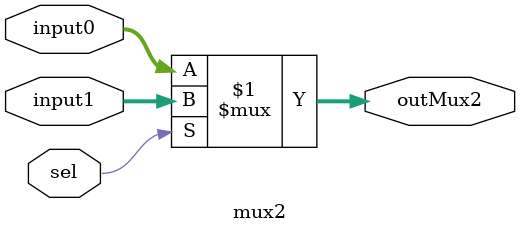
<source format=sv>
module mux2 #(parameter N = 64)(input logic[N-1:0] input0, input1,
											input logic sel,
											output logic[N-1:0] outMux2);
											
											
	assign outMux2 = sel ? input1 : input0;
											
											
											
endmodule
</source>
